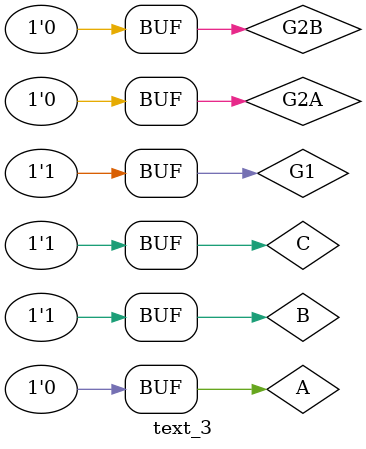
<source format=v>
`timescale 1ns / 1ps


module text_3;

	// Inputs
	reg G1;
	reg G2A;
	reg G2B;
	reg C;
	reg B;
	reg A;

	// Outputs
	wire [7:0] Y;

	// Instantiate the Unit Under Test (UUT)
	project3 uut (
		.G1(G1), 
		.G2A(G2A), 
		.G2B(G2B), 
		.C(C), 
		.B(B), 
		.A(A), 
		.Y(Y)
	);

	initial begin
		// Initialize Inputs
		G1 = 0;
		G2A = 0;
		G2B = 0;
		C = 0;
		B = 0;
		A = 0;

		// Wait 100 ns for global reset to finish
		#100;
        
		// Add stimulus here
      #100;
		G1 = 1;G2A = 0;G2B = 0;C = 1;B = 1;A = 1;
		#100;
		G1 = 1;G2A = 0;G2B = 0;C = 0;B = 0;A = 0;
		#100;
		G1 = 1;G2A = 0;G2B = 0;C = 1;B = 1;A = 0;
	end
      
endmodule


</source>
